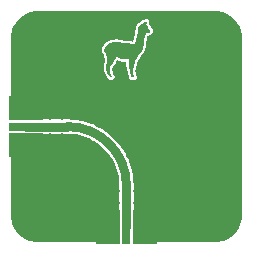
<source format=gbr>
%TF.GenerationSoftware,KiCad,Pcbnew,6.0.9+dfsg-1~bpo11+1*%
%TF.CreationDate,2022-11-06T14:45:48+01:00*%
%TF.ProjectId,pcb-turn-45,7063622d-7475-4726-9e2d-34352e6b6963,2*%
%TF.SameCoordinates,Original*%
%TF.FileFunction,Copper,L1,Top*%
%TF.FilePolarity,Positive*%
%FSLAX46Y46*%
G04 Gerber Fmt 4.6, Leading zero omitted, Abs format (unit mm)*
G04 Created by KiCad (PCBNEW 6.0.9+dfsg-1~bpo11+1) date 2022-11-06 14:45:48*
%MOMM*%
%LPD*%
G01*
G04 APERTURE LIST*
%TA.AperFunction,ComponentPad*%
%ADD10C,3.400000*%
%TD*%
%TA.AperFunction,SMDPad,CuDef*%
%ADD11R,3.000000X0.800000*%
%TD*%
%TA.AperFunction,ComponentPad*%
%ADD12C,0.800000*%
%TD*%
%TA.AperFunction,SMDPad,CuDef*%
%ADD13R,3.000000X2.000000*%
%TD*%
%TA.AperFunction,SMDPad,CuDef*%
%ADD14R,0.800000X3.000000*%
%TD*%
%TA.AperFunction,SMDPad,CuDef*%
%ADD15R,2.000000X3.000000*%
%TD*%
%TA.AperFunction,ViaPad*%
%ADD16C,0.800000*%
%TD*%
%TA.AperFunction,Conductor*%
%ADD17C,0.800000*%
%TD*%
G04 APERTURE END LIST*
%TO.C,G\u002A\u002A\u002A*%
G36*
X161707208Y-76114917D02*
G01*
X161721780Y-76122643D01*
X161727638Y-76138791D01*
X161724986Y-76166038D01*
X161714028Y-76207062D01*
X161695246Y-76263741D01*
X161678860Y-76310446D01*
X161664665Y-76349625D01*
X161654112Y-76377364D01*
X161648650Y-76389745D01*
X161648486Y-76389946D01*
X161654138Y-76397178D01*
X161673545Y-76411565D01*
X161702518Y-76430004D01*
X161702794Y-76430170D01*
X161765684Y-76473854D01*
X161813512Y-76519631D01*
X161845324Y-76565750D01*
X161860162Y-76610459D01*
X161857070Y-76652007D01*
X161840520Y-76682445D01*
X161820991Y-76706562D01*
X161877555Y-76740636D01*
X161917737Y-76766699D01*
X161959250Y-76796467D01*
X161980607Y-76813250D01*
X162006661Y-76835927D01*
X162019745Y-76852611D01*
X162023211Y-76869984D01*
X162020661Y-76893124D01*
X162015636Y-76932872D01*
X162012184Y-76973169D01*
X162012056Y-76975472D01*
X162006709Y-77006817D01*
X161992958Y-77024471D01*
X161987295Y-77027764D01*
X161964024Y-77044266D01*
X161944294Y-77064253D01*
X161934232Y-77075038D01*
X161921977Y-77082474D01*
X161903462Y-77087419D01*
X161874622Y-77090732D01*
X161831391Y-77093272D01*
X161800502Y-77094630D01*
X161740844Y-77098231D01*
X161695936Y-77103279D01*
X161668140Y-77109464D01*
X161661407Y-77112879D01*
X161649381Y-77131376D01*
X161640328Y-77159745D01*
X161639450Y-77164547D01*
X161632091Y-77190629D01*
X161617507Y-77228695D01*
X161598200Y-77272492D01*
X161586787Y-77296135D01*
X161569617Y-77331648D01*
X161556241Y-77363117D01*
X161545437Y-77394981D01*
X161535983Y-77431679D01*
X161526657Y-77477652D01*
X161516238Y-77537340D01*
X161510003Y-77575142D01*
X161498611Y-77650475D01*
X161487513Y-77733726D01*
X161477703Y-77816757D01*
X161470177Y-77891427D01*
X161467711Y-77921318D01*
X161453479Y-78070850D01*
X161434101Y-78203435D01*
X161409013Y-78322278D01*
X161378053Y-78429366D01*
X161349141Y-78507130D01*
X161316299Y-78574946D01*
X161276020Y-78638510D01*
X161224798Y-78703520D01*
X161175643Y-78758199D01*
X161077329Y-78875280D01*
X160993806Y-79001629D01*
X160931364Y-79121186D01*
X160903186Y-79177903D01*
X160877811Y-79220375D01*
X160851675Y-79254018D01*
X160828482Y-79277604D01*
X160800811Y-79302117D01*
X160778251Y-79319713D01*
X160765568Y-79326682D01*
X160765395Y-79326688D01*
X160753451Y-79333218D01*
X160741919Y-79353767D01*
X160730392Y-79389773D01*
X160718459Y-79442674D01*
X160705712Y-79513910D01*
X160697702Y-79564739D01*
X160682935Y-79657753D01*
X160668702Y-79736626D01*
X160653537Y-79807789D01*
X160635974Y-79877671D01*
X160614550Y-79952702D01*
X160594147Y-80019151D01*
X160573662Y-80088767D01*
X160559937Y-80148459D01*
X160552673Y-80203792D01*
X160551572Y-80260332D01*
X160556334Y-80323643D01*
X160566662Y-80399292D01*
X160571976Y-80432384D01*
X160581863Y-80493891D01*
X160591097Y-80554175D01*
X160598842Y-80607582D01*
X160604263Y-80648460D01*
X160605561Y-80659723D01*
X160612893Y-80704728D01*
X160626368Y-80741894D01*
X160650004Y-80781963D01*
X160652923Y-80786310D01*
X160693121Y-80845728D01*
X160391035Y-80845728D01*
X160398018Y-80812144D01*
X160406666Y-80782384D01*
X160417092Y-80759536D01*
X160421952Y-80745992D01*
X160419574Y-80727580D01*
X160408787Y-80699446D01*
X160396054Y-80672292D01*
X160376050Y-80626603D01*
X160359018Y-80576762D01*
X160343853Y-80518573D01*
X160329451Y-80447840D01*
X160315851Y-80367612D01*
X160305774Y-80315487D01*
X160290904Y-80252618D01*
X160273420Y-80187715D01*
X160259042Y-80140272D01*
X160239373Y-80077432D01*
X160224185Y-80023154D01*
X160212556Y-79972312D01*
X160203565Y-79919774D01*
X160196290Y-79860411D01*
X160189810Y-79789094D01*
X160185282Y-79729699D01*
X160180007Y-79626544D01*
X160179205Y-79527802D01*
X160182780Y-79438429D01*
X160190634Y-79363381D01*
X160192649Y-79350881D01*
X160198285Y-79318238D01*
X160013062Y-79323960D01*
X159892262Y-79325480D01*
X159787165Y-79321724D01*
X159693384Y-79312274D01*
X159606532Y-79296713D01*
X159535335Y-79278501D01*
X159428868Y-79239636D01*
X159339540Y-79189590D01*
X159266909Y-79128052D01*
X159210536Y-79054711D01*
X159204435Y-79044391D01*
X159175907Y-78994600D01*
X159168639Y-79023556D01*
X159148777Y-79080742D01*
X159118034Y-79143838D01*
X159080847Y-79204875D01*
X159041648Y-79255885D01*
X159035826Y-79262224D01*
X159001823Y-79299253D01*
X158979015Y-79328535D01*
X158963853Y-79356807D01*
X158952786Y-79390804D01*
X158942267Y-79437262D01*
X158941407Y-79441406D01*
X158922253Y-79514043D01*
X158895078Y-79580397D01*
X158857410Y-79644725D01*
X158806775Y-79711286D01*
X158744562Y-79780306D01*
X158700655Y-79827086D01*
X158669096Y-79863066D01*
X158647302Y-79891736D01*
X158632691Y-79916586D01*
X158622679Y-79941105D01*
X158620484Y-79947943D01*
X158606617Y-80010336D01*
X158598490Y-80083767D01*
X158596652Y-80159269D01*
X158601650Y-80227875D01*
X158602867Y-80236045D01*
X158621849Y-80352191D01*
X158638653Y-80449249D01*
X158653608Y-80528646D01*
X158667045Y-80591809D01*
X158679292Y-80640166D01*
X158690680Y-80675143D01*
X158701537Y-80698166D01*
X158712194Y-80710664D01*
X158712536Y-80710907D01*
X158743036Y-80736176D01*
X158770562Y-80765811D01*
X158789476Y-80793348D01*
X158793891Y-80804120D01*
X158795244Y-80813632D01*
X158790936Y-80819721D01*
X158777416Y-80823146D01*
X158751136Y-80824671D01*
X158708547Y-80825054D01*
X158696219Y-80825061D01*
X158593072Y-80825061D01*
X158595449Y-80796643D01*
X158593369Y-80778430D01*
X158582341Y-80757689D01*
X158559769Y-80730433D01*
X158536582Y-80706224D01*
X158493768Y-80657147D01*
X158454802Y-80599598D01*
X158418211Y-80530726D01*
X158382517Y-80447679D01*
X158346246Y-80347608D01*
X158337706Y-80322003D01*
X158302894Y-80210358D01*
X158277616Y-80113609D01*
X158261922Y-80028285D01*
X158255862Y-79950921D01*
X158259487Y-79878048D01*
X158272846Y-79806198D01*
X158295988Y-79731903D01*
X158328964Y-79651696D01*
X158347925Y-79610862D01*
X158363244Y-79577573D01*
X158373181Y-79550567D01*
X158378868Y-79523669D01*
X158381433Y-79490701D01*
X158382007Y-79445488D01*
X158381942Y-79424857D01*
X158374037Y-79313717D01*
X158351457Y-79189349D01*
X158314436Y-79052839D01*
X158279648Y-78949512D01*
X158261521Y-78895325D01*
X158244501Y-78837402D01*
X158231243Y-78785050D01*
X158227106Y-78765233D01*
X158214411Y-78708368D01*
X158200643Y-78665227D01*
X158186695Y-78637191D01*
X158173461Y-78625643D01*
X158161834Y-78631965D01*
X158153974Y-78652044D01*
X158149203Y-78668673D01*
X158144810Y-78670196D01*
X158137896Y-78654900D01*
X158132125Y-78639127D01*
X158121228Y-78590843D01*
X158117240Y-78530839D01*
X158119967Y-78466803D01*
X158129216Y-78406422D01*
X158138838Y-78372197D01*
X158186099Y-78269316D01*
X158251074Y-78175424D01*
X158332531Y-78091243D01*
X158429242Y-78017494D01*
X158539977Y-77954898D01*
X158663509Y-77904178D01*
X158798607Y-77866054D01*
X158944042Y-77841248D01*
X159059642Y-77831795D01*
X159147425Y-77829758D01*
X159231499Y-77832317D01*
X159316776Y-77840018D01*
X159408169Y-77853405D01*
X159510590Y-77873023D01*
X159591711Y-77890808D01*
X159687807Y-77912345D01*
X159767579Y-77929200D01*
X159834708Y-77941879D01*
X159892875Y-77950889D01*
X159945762Y-77956737D01*
X159997049Y-77959929D01*
X160050417Y-77960973D01*
X160098629Y-77960575D01*
X160154738Y-77959915D01*
X160199013Y-77960589D01*
X160237320Y-77963316D01*
X160275528Y-77968818D01*
X160319505Y-77977819D01*
X160375120Y-77991038D01*
X160403604Y-77998082D01*
X160475622Y-78015214D01*
X160531279Y-78026183D01*
X160573946Y-78030976D01*
X160606992Y-78029581D01*
X160633788Y-78021987D01*
X160657703Y-78008180D01*
X160671833Y-77997109D01*
X160692889Y-77976673D01*
X160710733Y-77952129D01*
X160726651Y-77920341D01*
X160741925Y-77878173D01*
X160757840Y-77822489D01*
X160775680Y-77750153D01*
X160779346Y-77734469D01*
X160796905Y-77662770D01*
X160818065Y-77582312D01*
X160840306Y-77502374D01*
X160861109Y-77432234D01*
X160863452Y-77424717D01*
X160878978Y-77374113D01*
X160891303Y-77330295D01*
X160901226Y-77288944D01*
X160909547Y-77245741D01*
X160917065Y-77196365D01*
X160924579Y-77136498D01*
X160932889Y-77061819D01*
X160936002Y-77032628D01*
X160947098Y-76930493D01*
X160956972Y-76846407D01*
X160966097Y-76777821D01*
X160974945Y-76722188D01*
X160983991Y-76676957D01*
X160993707Y-76639582D01*
X161004567Y-76607513D01*
X161017044Y-76578202D01*
X161022488Y-76566892D01*
X161043227Y-76527695D01*
X161064341Y-76495534D01*
X161089403Y-76466760D01*
X161121983Y-76437721D01*
X161165654Y-76404766D01*
X161214198Y-76370923D01*
X161263880Y-76334968D01*
X161315539Y-76294307D01*
X161361923Y-76254795D01*
X161386890Y-76231435D01*
X161418275Y-76202043D01*
X161445322Y-76179904D01*
X161464140Y-76168049D01*
X161469559Y-76167005D01*
X161483132Y-76181623D01*
X161484744Y-76211606D01*
X161474416Y-76255478D01*
X161468097Y-76273543D01*
X161456615Y-76305332D01*
X161448850Y-76328941D01*
X161446704Y-76337728D01*
X161453034Y-76335813D01*
X161469982Y-76321540D01*
X161494485Y-76298042D01*
X161523480Y-76268450D01*
X161553903Y-76235896D01*
X161582693Y-76203515D01*
X161606785Y-76174437D01*
X161608411Y-76172355D01*
X161635607Y-76139612D01*
X161656294Y-76121160D01*
X161674724Y-76113645D01*
X161683716Y-76112937D01*
X161707208Y-76114917D01*
G37*
%TD*%
D10*
%TO.P,H1,1,1*%
%TO.N,GND*%
X152500000Y-77500000D03*
%TD*%
%TO.P,H2,1,1*%
%TO.N,GND*%
X152500000Y-92500000D03*
%TD*%
%TO.P,H4,1,1*%
%TO.N,GND*%
X167500000Y-77500000D03*
%TD*%
D11*
%TO.P,J2,1,Pin_1*%
%TO.N,Net-(J1-Pad1)*%
X151500000Y-85000000D03*
D12*
%TO.P,J2,2,Pin_2*%
%TO.N,GND*%
X152000000Y-83500000D03*
X151000000Y-83500000D03*
X150500000Y-86000000D03*
X152500000Y-86000000D03*
X150500000Y-84000000D03*
D13*
X151500000Y-86600000D03*
X151500000Y-83400000D03*
D12*
X152000000Y-86500000D03*
X151000000Y-86500000D03*
X151500000Y-86000000D03*
X152500000Y-84000000D03*
X151500000Y-84000000D03*
%TD*%
D10*
%TO.P,H3,1,1*%
%TO.N,GND*%
X167500000Y-92500000D03*
%TD*%
D14*
%TO.P,J1,1,Pin_1*%
%TO.N,Net-(J1-Pad1)*%
X160000000Y-93500000D03*
D12*
%TO.P,J1,2,Pin_2*%
%TO.N,GND*%
X158500000Y-93000000D03*
X158500000Y-94000000D03*
X161000000Y-94500000D03*
X161000000Y-92500000D03*
X159000000Y-94500000D03*
D15*
X161600000Y-93500000D03*
X158400000Y-93500000D03*
D12*
X161500000Y-93000000D03*
X161500000Y-94000000D03*
X161000000Y-93500000D03*
X159000000Y-92500000D03*
X159000000Y-93500000D03*
%TD*%
D16*
%TO.N,GND*%
X155000000Y-87500000D03*
X157500000Y-80000000D03*
X165000000Y-87500000D03*
X160000000Y-86500000D03*
X161000000Y-87500000D03*
X156000000Y-86500000D03*
X161500000Y-88000000D03*
X167500000Y-82500000D03*
X161000000Y-86500000D03*
X167500000Y-90000000D03*
X158000000Y-88500000D03*
X167500000Y-87500000D03*
X158500000Y-92000000D03*
X158500000Y-89000000D03*
X158000000Y-90500000D03*
X159000000Y-84500000D03*
X157500000Y-92500000D03*
X157500000Y-90000000D03*
X158500000Y-91000000D03*
X162500000Y-92500000D03*
X162500000Y-85000000D03*
X158000000Y-87500000D03*
X154000000Y-83500000D03*
X159500000Y-86000000D03*
X165000000Y-92500000D03*
X160500000Y-87000000D03*
X167500000Y-85000000D03*
X161000000Y-89500000D03*
X158500000Y-84000000D03*
X158000000Y-84500000D03*
X161500000Y-90000000D03*
X153000000Y-86500000D03*
X156000000Y-87500000D03*
X156000000Y-83500000D03*
X165000000Y-90000000D03*
X155500000Y-87000000D03*
X155500000Y-84000000D03*
X159000000Y-85500000D03*
X160000000Y-85500000D03*
X159000000Y-91500000D03*
X167500000Y-80000000D03*
X161500000Y-87000000D03*
X165000000Y-82500000D03*
X160000000Y-82500000D03*
X158500000Y-85000000D03*
X154500000Y-84000000D03*
X157000000Y-87500000D03*
X157500000Y-88000000D03*
X152500000Y-82500000D03*
X161000000Y-91500000D03*
X162500000Y-87500000D03*
X158000000Y-83500000D03*
X154500000Y-87000000D03*
X159500000Y-85000000D03*
X157500000Y-77500000D03*
X156500000Y-87000000D03*
X161500000Y-91000000D03*
X165000000Y-85000000D03*
X153500000Y-84000000D03*
X152500000Y-90000000D03*
X165000000Y-77500000D03*
X154500000Y-86000000D03*
X155000000Y-82500000D03*
X158500000Y-90000000D03*
X154000000Y-86500000D03*
X161000000Y-88500000D03*
X161500000Y-89000000D03*
X157500000Y-87000000D03*
X153000000Y-83500000D03*
X161000000Y-90500000D03*
X161500000Y-92000000D03*
X162500000Y-82500000D03*
X152500000Y-80000000D03*
X159000000Y-90500000D03*
X162500000Y-90000000D03*
X155000000Y-92500000D03*
X165000000Y-80000000D03*
X157500000Y-82500000D03*
X155000000Y-80000000D03*
X162500000Y-80000000D03*
X155000000Y-77500000D03*
X155000000Y-90000000D03*
X157500000Y-89000000D03*
X162500000Y-77500000D03*
X158000000Y-89500000D03*
X155000000Y-83500000D03*
X157000000Y-83500000D03*
X156500000Y-84000000D03*
X157500000Y-84000000D03*
X155000000Y-86500000D03*
X152500000Y-87500000D03*
X160500000Y-86000000D03*
X153500000Y-86000000D03*
%TD*%
D17*
%TO.N,Net-(J1-Pad1)*%
X160000000Y-90000000D02*
X160000000Y-93500000D01*
X151500000Y-85000000D02*
X155000000Y-85000000D01*
X155000000Y-85000000D02*
G75*
G02*
X160000000Y-90000000I0J-5000000D01*
G01*
%TD*%
%TA.AperFunction,Conductor*%
%TO.N,GND*%
G36*
X154967072Y-85601347D02*
G01*
X155000000Y-85605682D01*
X155020418Y-85602994D01*
X155037912Y-85602253D01*
X155093763Y-85604835D01*
X155401359Y-85619055D01*
X155410455Y-85619898D01*
X155699508Y-85660219D01*
X155803882Y-85674779D01*
X155812872Y-85676460D01*
X156199526Y-85767400D01*
X156208311Y-85769899D01*
X156584947Y-85896135D01*
X156593467Y-85899436D01*
X156956837Y-86059881D01*
X156965023Y-86063956D01*
X157194043Y-86191519D01*
X157312050Y-86257248D01*
X157319813Y-86262056D01*
X157460647Y-86358529D01*
X157647513Y-86486535D01*
X157654811Y-86492046D01*
X157960398Y-86745802D01*
X157967156Y-86751962D01*
X158248038Y-87032844D01*
X158254198Y-87039602D01*
X158507954Y-87345189D01*
X158513465Y-87352487D01*
X158585216Y-87457230D01*
X158737941Y-87680182D01*
X158742755Y-87687956D01*
X158936044Y-88034977D01*
X158940119Y-88043163D01*
X159100564Y-88406533D01*
X159103865Y-88415053D01*
X159196548Y-88691581D01*
X159230099Y-88791684D01*
X159232601Y-88800479D01*
X159323540Y-89187130D01*
X159325221Y-89196118D01*
X159380102Y-89589540D01*
X159380945Y-89598646D01*
X159397747Y-89962088D01*
X159397006Y-89979582D01*
X159394318Y-90000000D01*
X159395165Y-90006433D01*
X159398653Y-90032927D01*
X159399500Y-90045849D01*
X159399500Y-94700500D01*
X159380593Y-94758691D01*
X159331093Y-94794655D01*
X159300500Y-94799500D01*
X152534017Y-94799500D01*
X152511831Y-94796982D01*
X152511801Y-94796975D01*
X152500359Y-94794344D01*
X152489483Y-94796805D01*
X152478336Y-94796786D01*
X152478336Y-94796757D01*
X152468228Y-94797578D01*
X152338014Y-94789702D01*
X152228796Y-94783095D01*
X152216944Y-94781656D01*
X151955578Y-94733759D01*
X151943985Y-94730902D01*
X151690305Y-94651852D01*
X151679127Y-94647613D01*
X151436830Y-94538564D01*
X151426244Y-94533008D01*
X151198858Y-94395548D01*
X151189020Y-94388757D01*
X150979868Y-94224897D01*
X150970919Y-94216970D01*
X150783030Y-94029081D01*
X150775103Y-94020132D01*
X150611243Y-93810980D01*
X150604452Y-93801142D01*
X150466992Y-93573756D01*
X150461436Y-93563170D01*
X150352387Y-93320873D01*
X150348148Y-93309695D01*
X150269100Y-93056023D01*
X150266239Y-93044415D01*
X150218344Y-92783056D01*
X150216904Y-92771197D01*
X150202469Y-92532548D01*
X150204207Y-92511810D01*
X150203747Y-92511757D01*
X150204389Y-92506179D01*
X150205655Y-92500718D01*
X150205656Y-92500000D01*
X150204412Y-92494545D01*
X150202980Y-92488266D01*
X150200500Y-92466248D01*
X150200500Y-85699500D01*
X150219407Y-85641309D01*
X150268907Y-85605345D01*
X150299500Y-85600500D01*
X154954151Y-85600500D01*
X154967072Y-85601347D01*
G37*
%TD.AperFunction*%
%TA.AperFunction,Conductor*%
G36*
X167488169Y-75203018D02*
G01*
X167499641Y-75205656D01*
X167510517Y-75203195D01*
X167521664Y-75203214D01*
X167521664Y-75203243D01*
X167531772Y-75202422D01*
X167661986Y-75210298D01*
X167771204Y-75216905D01*
X167783056Y-75218344D01*
X168044422Y-75266241D01*
X168056015Y-75269098D01*
X168262244Y-75333361D01*
X168309695Y-75348148D01*
X168320873Y-75352387D01*
X168563170Y-75461436D01*
X168573756Y-75466992D01*
X168801142Y-75604452D01*
X168810980Y-75611243D01*
X169020132Y-75775103D01*
X169029081Y-75783030D01*
X169216970Y-75970919D01*
X169224897Y-75979868D01*
X169388757Y-76189020D01*
X169395548Y-76198858D01*
X169522465Y-76408803D01*
X169533008Y-76426244D01*
X169538563Y-76436827D01*
X169574812Y-76517369D01*
X169647613Y-76679127D01*
X169651852Y-76690305D01*
X169657694Y-76709053D01*
X169726701Y-76930501D01*
X169730900Y-76943977D01*
X169733759Y-76955578D01*
X169781655Y-77216936D01*
X169783095Y-77228796D01*
X169792432Y-77383149D01*
X169797547Y-77467712D01*
X169796724Y-77477628D01*
X169796862Y-77477628D01*
X169796842Y-77488776D01*
X169794344Y-77499641D01*
X169796804Y-77510513D01*
X169797059Y-77511638D01*
X169799500Y-77533488D01*
X169799500Y-92465983D01*
X169796982Y-92488169D01*
X169794344Y-92499641D01*
X169796805Y-92510517D01*
X169796786Y-92521664D01*
X169796757Y-92521664D01*
X169797578Y-92531772D01*
X169783096Y-92771197D01*
X169781656Y-92783056D01*
X169733761Y-93044415D01*
X169730900Y-93056023D01*
X169651852Y-93309695D01*
X169647613Y-93320873D01*
X169538564Y-93563170D01*
X169533008Y-93573756D01*
X169395548Y-93801142D01*
X169388757Y-93810980D01*
X169224897Y-94020132D01*
X169216970Y-94029081D01*
X169029081Y-94216970D01*
X169020132Y-94224897D01*
X168810980Y-94388757D01*
X168801142Y-94395548D01*
X168573756Y-94533008D01*
X168563170Y-94538564D01*
X168320873Y-94647613D01*
X168309695Y-94651852D01*
X168056015Y-94730902D01*
X168044422Y-94733759D01*
X167783056Y-94781656D01*
X167771204Y-94783095D01*
X167532288Y-94797547D01*
X167522372Y-94796724D01*
X167522372Y-94796862D01*
X167511224Y-94796842D01*
X167500359Y-94794344D01*
X167488359Y-94797059D01*
X167466512Y-94799500D01*
X160699500Y-94799500D01*
X160641309Y-94780593D01*
X160605345Y-94731093D01*
X160600500Y-94700500D01*
X160600500Y-90045849D01*
X160601347Y-90032927D01*
X160604835Y-90006433D01*
X160605682Y-90000000D01*
X160604835Y-89993565D01*
X160604835Y-89992693D01*
X160604277Y-89986153D01*
X160604019Y-89979582D01*
X160587543Y-89560251D01*
X160535816Y-89123213D01*
X160449959Y-88691581D01*
X160330502Y-88268015D01*
X160178179Y-87855128D01*
X160101112Y-87687956D01*
X159994746Y-87457230D01*
X159994743Y-87457223D01*
X159993932Y-87455465D01*
X159934146Y-87348709D01*
X159779845Y-87073185D01*
X159779843Y-87073181D01*
X159778895Y-87071489D01*
X159534395Y-86705569D01*
X159261939Y-86359960D01*
X158963207Y-86036793D01*
X158640040Y-85738061D01*
X158294431Y-85465605D01*
X157928511Y-85221105D01*
X157544535Y-85006068D01*
X157542777Y-85005257D01*
X157542770Y-85005254D01*
X157146644Y-84822638D01*
X157144872Y-84821821D01*
X156731985Y-84669498D01*
X156730128Y-84668974D01*
X156730121Y-84668972D01*
X156310288Y-84550568D01*
X156310285Y-84550567D01*
X156308419Y-84550041D01*
X156306532Y-84549666D01*
X156306521Y-84549663D01*
X156091340Y-84506861D01*
X155876787Y-84464184D01*
X155439749Y-84412457D01*
X155013842Y-84395723D01*
X155007307Y-84395165D01*
X155006435Y-84395165D01*
X155000000Y-84394318D01*
X154967073Y-84398653D01*
X154954151Y-84399500D01*
X150299500Y-84399500D01*
X150241309Y-84380593D01*
X150205345Y-84331093D01*
X150200500Y-84300500D01*
X150200500Y-78521404D01*
X157915671Y-78521404D01*
X157916042Y-78526986D01*
X157916042Y-78526988D01*
X157916099Y-78527842D01*
X157916227Y-78538623D01*
X157915960Y-78544891D01*
X157916965Y-78550358D01*
X157916983Y-78550621D01*
X157918332Y-78561436D01*
X157920254Y-78590353D01*
X157920465Y-78593534D01*
X157920682Y-78600498D01*
X157920632Y-78612761D01*
X157921863Y-78618215D01*
X157922007Y-78619529D01*
X157922300Y-78621156D01*
X157922668Y-78626692D01*
X157924259Y-78632009D01*
X157924259Y-78632012D01*
X157926209Y-78638530D01*
X157927929Y-78645092D01*
X157930722Y-78657468D01*
X157933324Y-78668997D01*
X157934982Y-78678471D01*
X157935307Y-78681061D01*
X157935308Y-78681065D01*
X157936005Y-78686625D01*
X157937930Y-78691885D01*
X157938596Y-78694635D01*
X157939296Y-78697014D01*
X157940299Y-78699903D01*
X157941520Y-78705315D01*
X157943915Y-78710322D01*
X157945358Y-78714479D01*
X157945810Y-78716725D01*
X157948114Y-78721821D01*
X157950640Y-78727409D01*
X157953401Y-78734171D01*
X157957370Y-78745019D01*
X157958733Y-78747121D01*
X157961681Y-78754138D01*
X157970254Y-78778936D01*
X157988466Y-78797295D01*
X157997054Y-78807184D01*
X158012682Y-78827792D01*
X158017470Y-78830245D01*
X158046423Y-78874493D01*
X158050540Y-78888505D01*
X158051525Y-78892108D01*
X158054320Y-78903145D01*
X158054322Y-78903152D01*
X158055686Y-78908536D01*
X158057306Y-78911707D01*
X158057734Y-78912984D01*
X158063502Y-78932615D01*
X158063813Y-78933843D01*
X158064151Y-78937329D01*
X158069617Y-78953666D01*
X158070714Y-78957160D01*
X158075526Y-78973536D01*
X158077233Y-78976587D01*
X158077686Y-78977790D01*
X158082341Y-78991704D01*
X158082360Y-78991897D01*
X158089473Y-79013023D01*
X158096676Y-79034556D01*
X158096780Y-79034726D01*
X158096782Y-79034731D01*
X158121548Y-79108294D01*
X158123272Y-79113969D01*
X158149925Y-79212245D01*
X158154607Y-79229510D01*
X158156464Y-79237727D01*
X158173856Y-79333524D01*
X158175196Y-79344164D01*
X158181227Y-79428953D01*
X158181475Y-79435633D01*
X158181501Y-79443786D01*
X158181493Y-79445279D01*
X158181279Y-79462189D01*
X158181146Y-79472716D01*
X158181139Y-79473231D01*
X158172082Y-79513361D01*
X158165963Y-79526659D01*
X158155971Y-79548178D01*
X158155486Y-79549223D01*
X158154588Y-79550995D01*
X158152187Y-79554386D01*
X158146074Y-79569254D01*
X158144305Y-79573297D01*
X158139935Y-79582709D01*
X158139933Y-79582716D01*
X158137593Y-79587755D01*
X158136727Y-79591810D01*
X158136026Y-79593693D01*
X158118427Y-79636499D01*
X158116387Y-79640626D01*
X158114159Y-79645683D01*
X158111335Y-79650525D01*
X158108484Y-79659679D01*
X158105534Y-79667861D01*
X158101954Y-79676567D01*
X158101037Y-79682048D01*
X158099602Y-79687077D01*
X158098473Y-79691818D01*
X158086243Y-79731080D01*
X158082524Y-79741083D01*
X158079888Y-79747151D01*
X158078865Y-79752651D01*
X158078694Y-79753211D01*
X158076488Y-79762114D01*
X158076346Y-79762853D01*
X158074696Y-79768151D01*
X158074265Y-79773688D01*
X158074176Y-79774828D01*
X158072807Y-79785235D01*
X158064895Y-79827792D01*
X158062825Y-79836642D01*
X158060366Y-79845334D01*
X158060088Y-79850928D01*
X158059522Y-79854375D01*
X158059251Y-79858152D01*
X158058234Y-79863620D01*
X158058602Y-79872720D01*
X158058561Y-79881616D01*
X158056344Y-79926206D01*
X158055385Y-79935875D01*
X158054195Y-79943867D01*
X158054632Y-79949448D01*
X158054542Y-79952036D01*
X158054587Y-79955169D01*
X158054763Y-79957987D01*
X158054487Y-79963535D01*
X158055451Y-79969001D01*
X158055451Y-79969004D01*
X158055903Y-79971565D01*
X158057105Y-79981024D01*
X158060599Y-80025621D01*
X158060761Y-80035184D01*
X158060856Y-80036558D01*
X158060609Y-80042150D01*
X158061622Y-80047657D01*
X158061622Y-80047661D01*
X158061918Y-80049271D01*
X158063247Y-80059430D01*
X158063799Y-80066476D01*
X158065455Y-80071782D01*
X158065683Y-80072967D01*
X158068007Y-80082368D01*
X158075101Y-80120932D01*
X158076332Y-80127627D01*
X158076961Y-80131476D01*
X158077704Y-80136653D01*
X158077869Y-80142252D01*
X158079285Y-80147669D01*
X158080840Y-80153622D01*
X158082423Y-80160743D01*
X158084513Y-80172109D01*
X158086711Y-80177220D01*
X158088304Y-80182479D01*
X158089338Y-80186147D01*
X158103883Y-80241819D01*
X158104373Y-80243984D01*
X158104702Y-80248293D01*
X158109407Y-80263384D01*
X158110671Y-80267797D01*
X158114620Y-80282911D01*
X158116613Y-80286740D01*
X158117353Y-80288866D01*
X158140032Y-80361601D01*
X158140114Y-80361915D01*
X158140298Y-80363829D01*
X158141755Y-80368198D01*
X158141756Y-80368201D01*
X158146576Y-80382653D01*
X158147174Y-80384506D01*
X158149782Y-80392870D01*
X158149208Y-80393049D01*
X158149274Y-80393198D01*
X158149691Y-80394240D01*
X158149843Y-80394493D01*
X158149865Y-80394543D01*
X158149979Y-80394502D01*
X158149983Y-80394513D01*
X158151888Y-80399771D01*
X158151890Y-80399777D01*
X158152207Y-80400650D01*
X158152159Y-80400668D01*
X158152912Y-80402908D01*
X158153054Y-80403365D01*
X158152770Y-80403453D01*
X158152909Y-80404036D01*
X158153373Y-80403868D01*
X158156431Y-80412303D01*
X158157271Y-80414716D01*
X158163198Y-80432487D01*
X158164489Y-80434611D01*
X158164711Y-80435150D01*
X158187121Y-80496976D01*
X158188376Y-80500759D01*
X158189315Y-80505922D01*
X158191526Y-80511066D01*
X158191527Y-80511070D01*
X158194870Y-80518849D01*
X158196987Y-80524199D01*
X158199822Y-80532021D01*
X158199827Y-80532030D01*
X158201719Y-80537251D01*
X158204556Y-80541658D01*
X158206247Y-80545316D01*
X158224746Y-80588356D01*
X158225487Y-80590081D01*
X158226879Y-80594091D01*
X158226956Y-80594061D01*
X158229009Y-80599270D01*
X158230461Y-80604679D01*
X158233087Y-80609621D01*
X158233088Y-80609624D01*
X158235352Y-80613884D01*
X158238883Y-80621248D01*
X158242930Y-80630665D01*
X158246204Y-80635153D01*
X158248960Y-80639988D01*
X158248897Y-80640024D01*
X158251152Y-80643625D01*
X158269334Y-80677848D01*
X158273623Y-80687231D01*
X158273987Y-80687927D01*
X158276007Y-80693147D01*
X158279146Y-80697782D01*
X158279149Y-80697789D01*
X158279803Y-80698755D01*
X158285249Y-80707803D01*
X158288345Y-80713630D01*
X158291981Y-80717838D01*
X158292336Y-80718356D01*
X158298682Y-80726635D01*
X158301288Y-80730484D01*
X158318987Y-80756626D01*
X158324295Y-80765416D01*
X158325060Y-80766846D01*
X158325064Y-80766852D01*
X158327705Y-80771787D01*
X158331386Y-80776007D01*
X158332146Y-80777107D01*
X158336302Y-80782504D01*
X158337301Y-80783673D01*
X158340418Y-80788276D01*
X158345758Y-80793264D01*
X158352771Y-80800520D01*
X158366907Y-80816723D01*
X158372020Y-80822584D01*
X158392534Y-80862930D01*
X158392527Y-80870624D01*
X158397354Y-80880677D01*
X158398141Y-80884141D01*
X158399406Y-80887450D01*
X158400971Y-80898489D01*
X158414582Y-80918846D01*
X158421524Y-80931011D01*
X158427298Y-80943036D01*
X158427299Y-80943038D01*
X158432124Y-80953085D01*
X158440829Y-80960046D01*
X158443038Y-80962824D01*
X158445621Y-80965265D01*
X158451817Y-80974531D01*
X158461419Y-80980194D01*
X158461420Y-80980195D01*
X158472905Y-80986969D01*
X158484442Y-80994925D01*
X158494521Y-81002985D01*
X158503564Y-81010217D01*
X158514429Y-81012716D01*
X158517616Y-81014256D01*
X158521004Y-81015336D01*
X158530609Y-81021001D01*
X158545425Y-81022253D01*
X158554994Y-81023062D01*
X158559260Y-81023729D01*
X158559266Y-81023674D01*
X158564836Y-81024306D01*
X158570291Y-81025561D01*
X158580379Y-81025561D01*
X158588718Y-81025913D01*
X158604654Y-81027260D01*
X158621760Y-81028706D01*
X158629280Y-81025839D01*
X158633249Y-81025561D01*
X158673495Y-81025561D01*
X158673552Y-81025574D01*
X158673728Y-81025574D01*
X158683299Y-81025568D01*
X158686672Y-81025566D01*
X158686752Y-81025570D01*
X158687570Y-81025751D01*
X158689835Y-81025731D01*
X158689842Y-81025731D01*
X158708256Y-81025565D01*
X158709146Y-81025561D01*
X158718822Y-81025561D01*
X158718878Y-81025548D01*
X158718922Y-81025548D01*
X158731264Y-81025541D01*
X158732077Y-81025355D01*
X158732159Y-81025350D01*
X158733080Y-81025342D01*
X158735559Y-81025399D01*
X158740009Y-81026154D01*
X158745593Y-81025830D01*
X158745595Y-81025830D01*
X158750554Y-81025542D01*
X158755436Y-81025259D01*
X158760270Y-81025097D01*
X158765527Y-81025050D01*
X158769989Y-81025010D01*
X158769990Y-81025010D01*
X158775541Y-81024960D01*
X158779895Y-81023926D01*
X158782552Y-81023689D01*
X158783827Y-81023617D01*
X158787217Y-81023484D01*
X158792555Y-81023366D01*
X158802489Y-81025052D01*
X158841946Y-81013686D01*
X158845036Y-81012850D01*
X158856698Y-81009896D01*
X158856702Y-81009895D01*
X158862084Y-81008531D01*
X158864812Y-81007137D01*
X158865677Y-81006850D01*
X158879677Y-81002817D01*
X158879681Y-81002815D01*
X158890390Y-80999730D01*
X158898703Y-80992305D01*
X158903438Y-80989689D01*
X158908822Y-80986000D01*
X158912970Y-80982530D01*
X158922897Y-80977457D01*
X158931699Y-80965875D01*
X158936147Y-80960633D01*
X158944658Y-80954948D01*
X158957922Y-80932480D01*
X158964346Y-80922918D01*
X158971500Y-80913505D01*
X158971501Y-80913504D01*
X158978246Y-80904628D01*
X158980161Y-80895245D01*
X158982072Y-80891570D01*
X158991160Y-80876174D01*
X158992103Y-80865069D01*
X158993186Y-80861678D01*
X158993779Y-80858161D01*
X158998033Y-80847856D01*
X158997111Y-80831716D01*
X158996792Y-80826143D01*
X158996795Y-80824780D01*
X158999161Y-80816723D01*
X158995557Y-80794803D01*
X158994406Y-80784389D01*
X158993450Y-80767660D01*
X158992814Y-80756531D01*
X158987414Y-80746778D01*
X158987112Y-80745732D01*
X158983922Y-80739083D01*
X158981932Y-80734229D01*
X158980827Y-80731534D01*
X158979988Y-80729416D01*
X158978925Y-80726637D01*
X158964797Y-80689727D01*
X158956690Y-80682072D01*
X158952209Y-80675378D01*
X158949571Y-80672297D01*
X158942597Y-80662142D01*
X158938426Y-80655524D01*
X158932971Y-80646051D01*
X158929159Y-80641947D01*
X158927834Y-80640150D01*
X158926179Y-80638239D01*
X158923035Y-80633663D01*
X158918953Y-80629901D01*
X158918951Y-80629898D01*
X158914942Y-80626203D01*
X158909508Y-80620790D01*
X158899729Y-80610262D01*
X158893638Y-80603041D01*
X158888494Y-80596315D01*
X158887709Y-80595665D01*
X158864073Y-80553107D01*
X158862821Y-80548163D01*
X158861959Y-80544459D01*
X158850449Y-80490353D01*
X158849993Y-80488079D01*
X158836104Y-80414342D01*
X158835844Y-80412906D01*
X158819647Y-80319356D01*
X158819492Y-80318435D01*
X158801776Y-80210037D01*
X158800744Y-80201284D01*
X158797679Y-80159199D01*
X158797447Y-80149614D01*
X158798618Y-80101504D01*
X158799190Y-80093024D01*
X158804111Y-80048557D01*
X158805867Y-80037973D01*
X158808340Y-80026847D01*
X158830554Y-79983050D01*
X158844828Y-79966776D01*
X158848068Y-79963083D01*
X158850296Y-79960627D01*
X158858360Y-79952036D01*
X158866647Y-79943206D01*
X158876372Y-79932845D01*
X158876630Y-79932595D01*
X158878238Y-79931468D01*
X158891475Y-79916783D01*
X158892824Y-79915316D01*
X158899924Y-79907751D01*
X158906224Y-79901039D01*
X158907214Y-79899347D01*
X158907443Y-79899068D01*
X158924520Y-79880122D01*
X158941342Y-79861460D01*
X158944434Y-79858487D01*
X158944383Y-79858438D01*
X158948248Y-79854399D01*
X158952557Y-79850810D01*
X158958800Y-79842604D01*
X158964055Y-79836262D01*
X158964212Y-79836088D01*
X158970837Y-79828738D01*
X158973546Y-79823887D01*
X158976782Y-79819369D01*
X158976830Y-79819403D01*
X158979182Y-79815812D01*
X159007389Y-79778733D01*
X159014131Y-79770778D01*
X159015074Y-79769777D01*
X159015077Y-79769774D01*
X159018918Y-79765697D01*
X159021751Y-79760860D01*
X159022366Y-79760038D01*
X159026692Y-79753579D01*
X159027304Y-79752554D01*
X159030670Y-79748129D01*
X159033598Y-79741677D01*
X159038312Y-79732576D01*
X159061624Y-79692767D01*
X159066174Y-79685702D01*
X159068758Y-79682042D01*
X159068761Y-79682037D01*
X159071987Y-79677467D01*
X159074109Y-79672285D01*
X159075450Y-79669840D01*
X159076706Y-79667010D01*
X159079519Y-79662206D01*
X159082570Y-79652531D01*
X159085370Y-79644789D01*
X159102373Y-79603272D01*
X159106348Y-79594748D01*
X159110317Y-79587194D01*
X159111746Y-79581775D01*
X159112968Y-79578632D01*
X159113272Y-79577724D01*
X159114257Y-79574255D01*
X159116362Y-79569114D01*
X159117773Y-79560611D01*
X159119708Y-79551582D01*
X159130188Y-79511836D01*
X159131067Y-79508867D01*
X159133095Y-79504453D01*
X159136106Y-79489944D01*
X159137310Y-79484831D01*
X159139627Y-79476045D01*
X159139628Y-79476040D01*
X159141043Y-79470673D01*
X159141163Y-79467090D01*
X159141508Y-79465238D01*
X159142198Y-79462189D01*
X159165842Y-79417074D01*
X159170459Y-79412047D01*
X159223747Y-79381979D01*
X159284531Y-79388975D01*
X159291763Y-79392646D01*
X159322264Y-79409735D01*
X159327795Y-79413076D01*
X159332881Y-79416379D01*
X159338715Y-79420168D01*
X159343978Y-79422090D01*
X159344816Y-79422508D01*
X159345204Y-79422661D01*
X159345738Y-79422886D01*
X159350589Y-79425603D01*
X159355922Y-79427173D01*
X159355923Y-79427174D01*
X159363172Y-79429309D01*
X159369149Y-79431278D01*
X159448723Y-79460326D01*
X159456488Y-79463730D01*
X159458604Y-79464535D01*
X159463577Y-79467101D01*
X159469003Y-79468489D01*
X159469006Y-79468490D01*
X159471184Y-79469047D01*
X159480594Y-79471960D01*
X159482594Y-79472690D01*
X159482599Y-79472691D01*
X159487814Y-79474595D01*
X159493324Y-79475292D01*
X159495325Y-79475777D01*
X159503799Y-79477390D01*
X159535065Y-79485387D01*
X159538862Y-79486440D01*
X159543597Y-79487855D01*
X159548748Y-79490053D01*
X159554259Y-79491040D01*
X159554264Y-79491042D01*
X159560396Y-79492141D01*
X159567461Y-79493675D01*
X159573361Y-79495184D01*
X159573364Y-79495184D01*
X159578742Y-79496560D01*
X159584290Y-79496705D01*
X159589481Y-79497428D01*
X159593289Y-79498034D01*
X159635956Y-79505678D01*
X159639801Y-79506668D01*
X159639838Y-79506498D01*
X159645314Y-79507685D01*
X159650616Y-79509480D01*
X159661221Y-79510549D01*
X159661829Y-79510610D01*
X159669353Y-79511662D01*
X159680273Y-79513618D01*
X159685822Y-79513357D01*
X159691373Y-79513719D01*
X159691363Y-79513878D01*
X159695329Y-79513986D01*
X159746300Y-79519122D01*
X159751046Y-79519716D01*
X159751830Y-79519833D01*
X159757238Y-79521282D01*
X159768541Y-79521686D01*
X159770322Y-79521750D01*
X159776679Y-79522183D01*
X159789552Y-79523480D01*
X159795058Y-79522795D01*
X159796098Y-79522783D01*
X159800784Y-79522839D01*
X159852536Y-79524688D01*
X159865231Y-79525141D01*
X159867646Y-79525306D01*
X159872005Y-79526251D01*
X159878793Y-79526166D01*
X159879431Y-79526364D01*
X159883180Y-79526742D01*
X159883103Y-79527506D01*
X159937216Y-79544334D01*
X159973804Y-79593375D01*
X159978915Y-79620097D01*
X159979440Y-79630356D01*
X159979566Y-79634613D01*
X159979615Y-79640626D01*
X159979697Y-79650774D01*
X159980621Y-79654677D01*
X159980776Y-79656484D01*
X159983354Y-79706897D01*
X159983987Y-79719280D01*
X159983991Y-79719834D01*
X159983630Y-79722225D01*
X159984047Y-79727696D01*
X159984047Y-79727697D01*
X159985078Y-79741227D01*
X159985235Y-79743691D01*
X159986198Y-79762512D01*
X159986853Y-79764832D01*
X159986920Y-79765389D01*
X159988258Y-79782934D01*
X159988263Y-79783137D01*
X159988071Y-79784550D01*
X159989940Y-79805116D01*
X159990052Y-79806459D01*
X159991608Y-79826872D01*
X159992031Y-79828238D01*
X159992059Y-79828433D01*
X159994416Y-79854375D01*
X159994775Y-79858331D01*
X159994819Y-79859211D01*
X159994508Y-79862188D01*
X159996710Y-79880163D01*
X159997034Y-79883191D01*
X159998658Y-79901065D01*
X159999584Y-79903906D01*
X159999729Y-79904793D01*
X160002137Y-79924442D01*
X160002344Y-79926754D01*
X160002095Y-79931140D01*
X160003040Y-79936660D01*
X160004737Y-79946576D01*
X160005421Y-79951238D01*
X160007303Y-79966598D01*
X160008794Y-79970729D01*
X160009265Y-79973034D01*
X160010634Y-79981030D01*
X160011544Y-79986349D01*
X160012030Y-79989782D01*
X160012024Y-79994810D01*
X160013273Y-80000270D01*
X160013273Y-80000272D01*
X160015255Y-80008938D01*
X160016326Y-80014302D01*
X160017804Y-80022933D01*
X160018742Y-80028412D01*
X160020667Y-80033045D01*
X160021546Y-80036441D01*
X160024301Y-80048486D01*
X160024756Y-80050821D01*
X160024963Y-80055244D01*
X160026471Y-80060633D01*
X160029162Y-80070252D01*
X160030331Y-80074853D01*
X160032531Y-80084471D01*
X160032533Y-80084478D01*
X160033772Y-80089893D01*
X160035693Y-80093880D01*
X160036418Y-80096182D01*
X160040804Y-80111857D01*
X160040997Y-80112675D01*
X160041222Y-80115583D01*
X160042895Y-80120929D01*
X160042896Y-80120932D01*
X160046668Y-80132983D01*
X160047512Y-80135830D01*
X160052380Y-80153227D01*
X160053773Y-80155795D01*
X160054052Y-80156572D01*
X160066520Y-80196406D01*
X160067286Y-80198854D01*
X160067549Y-80199708D01*
X160080201Y-80241453D01*
X160081014Y-80244294D01*
X160096118Y-80300364D01*
X160096848Y-80303251D01*
X160109236Y-80355627D01*
X160110094Y-80359621D01*
X160110523Y-80361841D01*
X160118341Y-80402280D01*
X160118749Y-80404527D01*
X160128390Y-80461403D01*
X160128516Y-80462382D01*
X160128437Y-80465520D01*
X160129554Y-80471006D01*
X160132002Y-80483033D01*
X160132599Y-80486235D01*
X160135549Y-80503636D01*
X160136748Y-80506534D01*
X160136984Y-80507498D01*
X160143394Y-80538981D01*
X160143946Y-80542171D01*
X160144089Y-80547093D01*
X160147796Y-80561317D01*
X160148999Y-80566506D01*
X160151894Y-80580724D01*
X160153923Y-80585206D01*
X160154839Y-80588342D01*
X160158668Y-80603034D01*
X160159251Y-80605269D01*
X160159740Y-80609087D01*
X160160145Y-80608998D01*
X160161347Y-80614468D01*
X160161924Y-80620040D01*
X160165695Y-80631074D01*
X160167803Y-80638086D01*
X160170699Y-80649199D01*
X160173260Y-80654127D01*
X160175255Y-80659317D01*
X160175062Y-80659391D01*
X160176577Y-80662922D01*
X160178511Y-80668581D01*
X160179394Y-80671165D01*
X160180490Y-80675318D01*
X160180554Y-80675298D01*
X160182206Y-80680646D01*
X160183246Y-80686150D01*
X160185492Y-80691279D01*
X160187369Y-80695566D01*
X160190363Y-80703262D01*
X160193232Y-80711659D01*
X160193232Y-80711660D01*
X160193632Y-80712830D01*
X160193392Y-80712912D01*
X160200801Y-80770794D01*
X160197384Y-80781171D01*
X160195414Y-80789771D01*
X160190570Y-80799815D01*
X160190560Y-80810965D01*
X160190560Y-80810966D01*
X160190548Y-80824760D01*
X160190531Y-80825123D01*
X160190132Y-80827041D01*
X160190222Y-80831715D01*
X160190222Y-80831716D01*
X160190509Y-80846619D01*
X160190527Y-80848611D01*
X160190490Y-80891291D01*
X160191407Y-80893201D01*
X160191448Y-80895321D01*
X160210765Y-80933554D01*
X160211560Y-80935169D01*
X160230087Y-80973752D01*
X160231743Y-80975076D01*
X160232698Y-80976967D01*
X160240699Y-80983105D01*
X160240700Y-80983107D01*
X160266608Y-81002985D01*
X160268176Y-81004213D01*
X160293033Y-81024091D01*
X160301527Y-81030884D01*
X160303593Y-81031359D01*
X160305274Y-81032649D01*
X160315136Y-81034708D01*
X160315137Y-81034709D01*
X160347053Y-81041374D01*
X160348999Y-81041801D01*
X160363681Y-81045177D01*
X160363690Y-81045178D01*
X160368254Y-81046228D01*
X160370219Y-81046228D01*
X160370555Y-81046282D01*
X160394818Y-81051349D01*
X160405639Y-81048670D01*
X160407889Y-81048629D01*
X160427575Y-81046228D01*
X160647350Y-81046228D01*
X160655081Y-81047483D01*
X160655156Y-81046537D01*
X160666272Y-81047416D01*
X160676911Y-81050744D01*
X160687941Y-81049129D01*
X160700625Y-81047272D01*
X160704658Y-81046978D01*
X160704644Y-81046850D01*
X160710166Y-81046228D01*
X160715724Y-81046228D01*
X160726198Y-81043838D01*
X160733866Y-81042405D01*
X160767422Y-81037492D01*
X160774258Y-81032876D01*
X160782306Y-81031040D01*
X160791026Y-81024092D01*
X160791027Y-81024091D01*
X160808840Y-81009896D01*
X160815133Y-81005275D01*
X160833994Y-80992539D01*
X160833995Y-80992538D01*
X160843233Y-80986300D01*
X160847391Y-80979176D01*
X160853845Y-80974033D01*
X160858687Y-80963995D01*
X160858689Y-80963992D01*
X160868581Y-80943483D01*
X160872248Y-80936589D01*
X160883724Y-80916927D01*
X160883725Y-80916924D01*
X160889344Y-80907297D01*
X160890001Y-80899073D01*
X160893586Y-80891641D01*
X160893596Y-80880490D01*
X160893616Y-80857720D01*
X160893931Y-80849920D01*
X160895745Y-80827227D01*
X160895745Y-80827225D01*
X160896633Y-80816113D01*
X160893659Y-80808417D01*
X160893666Y-80800165D01*
X160887957Y-80788276D01*
X160878982Y-80769584D01*
X160875883Y-80762419D01*
X160873973Y-80757476D01*
X160873970Y-80757470D01*
X160871952Y-80752248D01*
X160868815Y-80747610D01*
X160866220Y-80742647D01*
X160866344Y-80742582D01*
X160864332Y-80739076D01*
X160863234Y-80736790D01*
X160854069Y-80717704D01*
X160845363Y-80710741D01*
X160838423Y-80702017D01*
X160839066Y-80701506D01*
X160833693Y-80695695D01*
X160821402Y-80677527D01*
X160818139Y-80672367D01*
X160817467Y-80671228D01*
X160804592Y-80633936D01*
X160804210Y-80631052D01*
X160803353Y-80624589D01*
X160803154Y-80622980D01*
X160802901Y-80620780D01*
X160801553Y-80609087D01*
X160800857Y-80603049D01*
X160801046Y-80603027D01*
X160800823Y-80601309D01*
X160800536Y-80601351D01*
X160797523Y-80580577D01*
X160797357Y-80579381D01*
X160796526Y-80573114D01*
X160794630Y-80558817D01*
X160794212Y-80557691D01*
X160794187Y-80557566D01*
X160792684Y-80547207D01*
X160792677Y-80547126D01*
X160792735Y-80546336D01*
X160792410Y-80544213D01*
X160792408Y-80544193D01*
X160789449Y-80524880D01*
X160789332Y-80524097D01*
X160788955Y-80521493D01*
X160786813Y-80506726D01*
X160786587Y-80505165D01*
X160786585Y-80505157D01*
X160786277Y-80503031D01*
X160785992Y-80502292D01*
X160785979Y-80502230D01*
X160783393Y-80485346D01*
X160783388Y-80485296D01*
X160783437Y-80484563D01*
X160781258Y-80471006D01*
X160780012Y-80463255D01*
X160779898Y-80462533D01*
X160776934Y-80443182D01*
X160776934Y-80443181D01*
X160776629Y-80441191D01*
X160776359Y-80440508D01*
X160776345Y-80440441D01*
X160770303Y-80402854D01*
X160770301Y-80402841D01*
X160765187Y-80371000D01*
X160764844Y-80368692D01*
X160763061Y-80355627D01*
X160756219Y-80305513D01*
X160755588Y-80299549D01*
X160754652Y-80287111D01*
X160752569Y-80259411D01*
X160752309Y-80250060D01*
X160752344Y-80248293D01*
X160752811Y-80224337D01*
X160753634Y-80213384D01*
X160756869Y-80188740D01*
X160758545Y-80179439D01*
X160767038Y-80142504D01*
X160768546Y-80136744D01*
X160785993Y-80077450D01*
X160786327Y-80076339D01*
X160800041Y-80031672D01*
X160800158Y-80031346D01*
X160801090Y-80029657D01*
X160806533Y-80010597D01*
X160807089Y-80008721D01*
X160811497Y-79994364D01*
X160811498Y-79994358D01*
X160812853Y-79989946D01*
X160812995Y-79988020D01*
X160813073Y-79987694D01*
X160823202Y-79952216D01*
X160823488Y-79951348D01*
X160824874Y-79948636D01*
X160829268Y-79931154D01*
X160830082Y-79928121D01*
X160834975Y-79910986D01*
X160835139Y-79907942D01*
X160835327Y-79907041D01*
X160835892Y-79904793D01*
X160843098Y-79876123D01*
X160843435Y-79874973D01*
X160844886Y-79871858D01*
X160848499Y-79854902D01*
X160849311Y-79851406D01*
X160852145Y-79840131D01*
X160852146Y-79840120D01*
X160853499Y-79834739D01*
X160853574Y-79831313D01*
X160853785Y-79830101D01*
X160860566Y-79798280D01*
X160860789Y-79797410D01*
X160861970Y-79794651D01*
X160862964Y-79789140D01*
X160862966Y-79789135D01*
X160865184Y-79776846D01*
X160865784Y-79773794D01*
X160868351Y-79761746D01*
X160869510Y-79756308D01*
X160869467Y-79753307D01*
X160869591Y-79752413D01*
X160870364Y-79748129D01*
X160876531Y-79713960D01*
X160876614Y-79713597D01*
X160877383Y-79711690D01*
X160880459Y-79692316D01*
X160880806Y-79690267D01*
X160881012Y-79689129D01*
X160884262Y-79671115D01*
X160884168Y-79669066D01*
X160884213Y-79668667D01*
X160892168Y-79618563D01*
X160892212Y-79618453D01*
X160893586Y-79609738D01*
X160895813Y-79595603D01*
X160895830Y-79595494D01*
X160896167Y-79593375D01*
X160899266Y-79573853D01*
X160899258Y-79573738D01*
X160903286Y-79548178D01*
X160903627Y-79546153D01*
X160911088Y-79504453D01*
X160911761Y-79500693D01*
X160939540Y-79448188D01*
X160941944Y-79446313D01*
X160945023Y-79442537D01*
X160950731Y-79437453D01*
X160950756Y-79437432D01*
X160955470Y-79434426D01*
X160959390Y-79430439D01*
X160959393Y-79430437D01*
X160964205Y-79425543D01*
X160969155Y-79420844D01*
X160973362Y-79417117D01*
X160978353Y-79412696D01*
X160981456Y-79408363D01*
X160990807Y-79399462D01*
X160991693Y-79398555D01*
X160996034Y-79395013D01*
X160999474Y-79390585D01*
X160999689Y-79390365D01*
X161006308Y-79382799D01*
X161006586Y-79382444D01*
X161010484Y-79378480D01*
X161013404Y-79373747D01*
X161013876Y-79372982D01*
X161019955Y-79364221D01*
X161026543Y-79355741D01*
X161033271Y-79347953D01*
X161034372Y-79346805D01*
X161038247Y-79342765D01*
X161041117Y-79337961D01*
X161041896Y-79336940D01*
X161045836Y-79331174D01*
X161046599Y-79329924D01*
X161050013Y-79325530D01*
X161053084Y-79318942D01*
X161057828Y-79309991D01*
X161063856Y-79299902D01*
X161066156Y-79296631D01*
X161066019Y-79296543D01*
X161069057Y-79291846D01*
X161072611Y-79287514D01*
X161077585Y-79277502D01*
X161081259Y-79270773D01*
X161084050Y-79266101D01*
X161086899Y-79261333D01*
X161088617Y-79256049D01*
X161090914Y-79250993D01*
X161091050Y-79251055D01*
X161092560Y-79247362D01*
X161109562Y-79213138D01*
X161110471Y-79211353D01*
X161164398Y-79108098D01*
X161169565Y-79099335D01*
X161235131Y-79000152D01*
X161241901Y-78991083D01*
X161325934Y-78891009D01*
X161328127Y-78888486D01*
X161359935Y-78853104D01*
X161363198Y-78849644D01*
X161363824Y-78849011D01*
X161368188Y-78845501D01*
X161376282Y-78835228D01*
X161380410Y-78830326D01*
X161385301Y-78824886D01*
X161385302Y-78824884D01*
X161389016Y-78820753D01*
X161391720Y-78815895D01*
X161392356Y-78815005D01*
X161395152Y-78811278D01*
X161422020Y-78777178D01*
X161428185Y-78770276D01*
X161429202Y-78769012D01*
X161433186Y-78765072D01*
X161436182Y-78760344D01*
X161436185Y-78760340D01*
X161437152Y-78758813D01*
X161443020Y-78750525D01*
X161444057Y-78749209D01*
X161447498Y-78744842D01*
X161449884Y-78739815D01*
X161450640Y-78738595D01*
X161455171Y-78730378D01*
X161476630Y-78696514D01*
X161483084Y-78687491D01*
X161483315Y-78687203D01*
X161486823Y-78682839D01*
X161489262Y-78677804D01*
X161489264Y-78677800D01*
X161489317Y-78677690D01*
X161494773Y-78667886D01*
X161494781Y-78667870D01*
X161497757Y-78663173D01*
X161499779Y-78657468D01*
X161503990Y-78647392D01*
X161521015Y-78612237D01*
X161524518Y-78606067D01*
X161526055Y-78603034D01*
X161529134Y-78598354D01*
X161532111Y-78590345D01*
X161535800Y-78581707D01*
X161537021Y-78579185D01*
X161537022Y-78579182D01*
X161539446Y-78574177D01*
X161540695Y-78568764D01*
X161541749Y-78565774D01*
X161543841Y-78558797D01*
X161558050Y-78520578D01*
X161559654Y-78517081D01*
X161559463Y-78517002D01*
X161561613Y-78511836D01*
X161564338Y-78506936D01*
X161565896Y-78501547D01*
X161567566Y-78495772D01*
X161569877Y-78488767D01*
X161571923Y-78483263D01*
X161573861Y-78478051D01*
X161574591Y-78472542D01*
X161575933Y-78467148D01*
X161576129Y-78467197D01*
X161576915Y-78463434D01*
X161595362Y-78399629D01*
X161596525Y-78395885D01*
X161598128Y-78391063D01*
X161600484Y-78385981D01*
X161602918Y-78374452D01*
X161604678Y-78367404D01*
X161604764Y-78367109D01*
X161607903Y-78356250D01*
X161608221Y-78350697D01*
X161609126Y-78345401D01*
X161609846Y-78341633D01*
X161615579Y-78314476D01*
X161626011Y-78265061D01*
X161627153Y-78260247D01*
X161627167Y-78260195D01*
X161629199Y-78254973D01*
X161631132Y-78241748D01*
X161632222Y-78235639D01*
X161634946Y-78222733D01*
X161634856Y-78217172D01*
X161634879Y-78216935D01*
X161635465Y-78212100D01*
X161638334Y-78192474D01*
X161648991Y-78119554D01*
X161649463Y-78116907D01*
X161650919Y-78112526D01*
X161652366Y-78097321D01*
X161652962Y-78092386D01*
X161654336Y-78082982D01*
X161654336Y-78082980D01*
X161655140Y-78077480D01*
X161654776Y-78072885D01*
X161654948Y-78070197D01*
X161665262Y-77961831D01*
X161665283Y-77961688D01*
X161665659Y-77960507D01*
X161667271Y-77940966D01*
X161667374Y-77939722D01*
X161667484Y-77938484D01*
X161669145Y-77921026D01*
X161669451Y-77917814D01*
X161669290Y-77916579D01*
X161669295Y-77916436D01*
X161669782Y-77910539D01*
X161669930Y-77908919D01*
X161675896Y-77849723D01*
X161676937Y-77839397D01*
X161677122Y-77837709D01*
X161686359Y-77759528D01*
X161686543Y-77758062D01*
X161697010Y-77679547D01*
X161697255Y-77677828D01*
X161706993Y-77613424D01*
X161707948Y-77607111D01*
X161708140Y-77605894D01*
X161713841Y-77571333D01*
X161713995Y-77570427D01*
X161723468Y-77516154D01*
X161723970Y-77513496D01*
X161730932Y-77479173D01*
X161732086Y-77474155D01*
X161736801Y-77455853D01*
X161738914Y-77448760D01*
X161742517Y-77438134D01*
X161745158Y-77431212D01*
X161751305Y-77416751D01*
X161753279Y-77412402D01*
X161757401Y-77403875D01*
X161757410Y-77403860D01*
X161757447Y-77403813D01*
X161767391Y-77383212D01*
X161767422Y-77383149D01*
X161770056Y-77377702D01*
X161770516Y-77376838D01*
X161772475Y-77374214D01*
X161774730Y-77369100D01*
X161774733Y-77369094D01*
X161779586Y-77358085D01*
X161781011Y-77354999D01*
X161784452Y-77347868D01*
X161826769Y-77303676D01*
X161872179Y-77292220D01*
X161874872Y-77292522D01*
X161880434Y-77291883D01*
X161880442Y-77291883D01*
X161889214Y-77290875D01*
X161894702Y-77290399D01*
X161903387Y-77289889D01*
X161903400Y-77289887D01*
X161908946Y-77289561D01*
X161912751Y-77288455D01*
X161923480Y-77287347D01*
X161933189Y-77287007D01*
X161935421Y-77286411D01*
X161941503Y-77287201D01*
X161976738Y-77275549D01*
X161982240Y-77273907D01*
X161995551Y-77270352D01*
X161999890Y-77268064D01*
X162008556Y-77266794D01*
X162026375Y-77254758D01*
X162035599Y-77249234D01*
X162046099Y-77243697D01*
X162055959Y-77238498D01*
X162061462Y-77231060D01*
X162065295Y-77228471D01*
X162075614Y-77217411D01*
X162079109Y-77213850D01*
X162082369Y-77210692D01*
X162088769Y-77205007D01*
X162103087Y-77193357D01*
X162106535Y-77190676D01*
X162108487Y-77189226D01*
X162113286Y-77186435D01*
X162122344Y-77177981D01*
X162127396Y-77173577D01*
X162131723Y-77170056D01*
X162137137Y-77165651D01*
X162140579Y-77161232D01*
X162142117Y-77159661D01*
X162145310Y-77156543D01*
X162155059Y-77147443D01*
X162163209Y-77139836D01*
X162165384Y-77134252D01*
X162165850Y-77133598D01*
X162174177Y-77126186D01*
X162189332Y-77089834D01*
X162191016Y-77086024D01*
X162207709Y-77050331D01*
X162207543Y-77035285D01*
X162208940Y-77017586D01*
X162209405Y-77014851D01*
X162210008Y-77012980D01*
X162210040Y-77012604D01*
X162210983Y-77009344D01*
X162211303Y-77003583D01*
X162212562Y-76992416D01*
X162212568Y-76992382D01*
X162212568Y-76992379D01*
X162213502Y-76986906D01*
X162213195Y-76981358D01*
X162213510Y-76975810D01*
X162213530Y-76975811D01*
X162213603Y-76971026D01*
X162214891Y-76955983D01*
X162215312Y-76952010D01*
X162216901Y-76939443D01*
X162216941Y-76939215D01*
X162217459Y-76937730D01*
X162218097Y-76931938D01*
X162218747Y-76928403D01*
X162222301Y-76921536D01*
X162223282Y-76887827D01*
X162223836Y-76879863D01*
X162224371Y-76875011D01*
X162224371Y-76875004D01*
X162224980Y-76869479D01*
X162224345Y-76863956D01*
X162224338Y-76861172D01*
X162224130Y-76858697D01*
X162224293Y-76853097D01*
X162222445Y-76843834D01*
X162220537Y-76823524D01*
X162220571Y-76819937D01*
X162220571Y-76819936D01*
X162220677Y-76808785D01*
X162202007Y-76769027D01*
X162195739Y-76755037D01*
X162195738Y-76755029D01*
X162195732Y-76755021D01*
X162184027Y-76728893D01*
X162174331Y-76720709D01*
X162162682Y-76708183D01*
X162162551Y-76708303D01*
X162158772Y-76704177D01*
X162155479Y-76699647D01*
X162152674Y-76697205D01*
X162150484Y-76694413D01*
X162136872Y-76683372D01*
X162134243Y-76681162D01*
X162127248Y-76675074D01*
X162125294Y-76673262D01*
X162122403Y-76669678D01*
X162118004Y-76666221D01*
X162118002Y-76666219D01*
X162114079Y-76663137D01*
X162110398Y-76660244D01*
X162106607Y-76657108D01*
X162095192Y-76647173D01*
X162095191Y-76647173D01*
X162096341Y-76645852D01*
X162063831Y-76603308D01*
X162058660Y-76579781D01*
X162057632Y-76568926D01*
X162056047Y-76564149D01*
X162055431Y-76560740D01*
X162053248Y-76546297D01*
X162051582Y-76535273D01*
X162045300Y-76526062D01*
X162041426Y-76516200D01*
X162041235Y-76515840D01*
X162034820Y-76499677D01*
X162032889Y-76494371D01*
X162030847Y-76488220D01*
X162028498Y-76481143D01*
X162025824Y-76476729D01*
X162025560Y-76476114D01*
X162025258Y-76475584D01*
X162023303Y-76470658D01*
X162015444Y-76459265D01*
X162012276Y-76454368D01*
X162010350Y-76451189D01*
X161993111Y-76422734D01*
X161988253Y-76419569D01*
X161987042Y-76418091D01*
X161980616Y-76408773D01*
X161979391Y-76406954D01*
X161979136Y-76406565D01*
X161968605Y-76390537D01*
X161966933Y-76388937D01*
X161965722Y-76387181D01*
X161951200Y-76373849D01*
X161949698Y-76372441D01*
X161934732Y-76358116D01*
X161905768Y-76304221D01*
X161908929Y-76259458D01*
X161908566Y-76259381D01*
X161909120Y-76256756D01*
X161909211Y-76255462D01*
X161909711Y-76253954D01*
X161909712Y-76253949D01*
X161911460Y-76248674D01*
X161911967Y-76243399D01*
X161912935Y-76239347D01*
X161916274Y-76226843D01*
X161918036Y-76220979D01*
X161922336Y-76208135D01*
X161922873Y-76202613D01*
X161923036Y-76201933D01*
X161923130Y-76201177D01*
X161924528Y-76195943D01*
X161924732Y-76190382D01*
X161925556Y-76184891D01*
X161926446Y-76185025D01*
X161928014Y-76176469D01*
X161928642Y-76170353D01*
X161932219Y-76159791D01*
X161929337Y-76136281D01*
X161929334Y-76136240D01*
X161929385Y-76135717D01*
X161929199Y-76134260D01*
X161929198Y-76134251D01*
X161926610Y-76114019D01*
X161926546Y-76113509D01*
X161924568Y-76097381D01*
X161923888Y-76091832D01*
X161923706Y-76091330D01*
X161923695Y-76091246D01*
X161923947Y-76084926D01*
X161923875Y-76084761D01*
X161923939Y-76083960D01*
X161922993Y-76081381D01*
X161922442Y-76081451D01*
X161922133Y-76079037D01*
X161920718Y-76067977D01*
X161914453Y-76058326D01*
X161906929Y-76043212D01*
X161906914Y-76043220D01*
X161904448Y-76038243D01*
X161902553Y-76033020D01*
X161899622Y-76028471D01*
X161897736Y-76024405D01*
X161892024Y-76011217D01*
X161892023Y-76011215D01*
X161887592Y-76000985D01*
X161879163Y-75993689D01*
X161875743Y-75989027D01*
X161871607Y-75984982D01*
X161865569Y-75975609D01*
X161851583Y-75967035D01*
X161844049Y-75962416D01*
X161840022Y-75959805D01*
X161835826Y-75956172D01*
X161830877Y-75953548D01*
X161828507Y-75951925D01*
X161822434Y-75947018D01*
X161820040Y-75945601D01*
X161811950Y-75937933D01*
X161795531Y-75932672D01*
X161787583Y-75927799D01*
X161780908Y-75927120D01*
X161773472Y-75925116D01*
X161773471Y-75925115D01*
X161766155Y-75923143D01*
X161761716Y-75921834D01*
X161752085Y-75918748D01*
X161752073Y-75918746D01*
X161746747Y-75917039D01*
X161742437Y-75916676D01*
X161740282Y-75916171D01*
X161725984Y-75912318D01*
X161725982Y-75912318D01*
X161715218Y-75909417D01*
X161704260Y-75911471D01*
X161697153Y-75911194D01*
X161687696Y-75908399D01*
X161676690Y-75910188D01*
X161654696Y-75913763D01*
X161646586Y-75914740D01*
X161645548Y-75914822D01*
X161636453Y-75915538D01*
X161631151Y-75917195D01*
X161625690Y-75918249D01*
X161625676Y-75918177D01*
X161621828Y-75919086D01*
X161621734Y-75919122D01*
X161620114Y-75919385D01*
X161619984Y-75919438D01*
X161610410Y-75920789D01*
X161607079Y-75923013D01*
X161599844Y-75923403D01*
X161590077Y-75928769D01*
X161587112Y-75929615D01*
X161586711Y-75929786D01*
X161581911Y-75932580D01*
X161571268Y-75935905D01*
X161564814Y-75941934D01*
X161559660Y-75944036D01*
X161555106Y-75947229D01*
X161555102Y-75947231D01*
X161554583Y-75947595D01*
X161545450Y-75953283D01*
X161542827Y-75954725D01*
X161480377Y-75965865D01*
X161465937Y-75963688D01*
X161465241Y-75963583D01*
X161454222Y-75961922D01*
X161446553Y-75964285D01*
X161441180Y-75963679D01*
X161430657Y-75967356D01*
X161430656Y-75967356D01*
X161418622Y-75971561D01*
X161414743Y-75972607D01*
X161414783Y-75972737D01*
X161409471Y-75974394D01*
X161404015Y-75975445D01*
X161398931Y-75977683D01*
X161398927Y-75977684D01*
X161394502Y-75979632D01*
X161383781Y-75983629D01*
X161366803Y-75988861D01*
X161364598Y-75990905D01*
X161360610Y-75991751D01*
X161360660Y-75991819D01*
X161359815Y-75992447D01*
X161360719Y-75994501D01*
X161341509Y-76002955D01*
X161334264Y-76011423D01*
X161328161Y-76015956D01*
X161327644Y-76016456D01*
X161324025Y-76019349D01*
X161319326Y-76022309D01*
X161314291Y-76027355D01*
X161303297Y-76036862D01*
X161302691Y-76037313D01*
X161297851Y-76040126D01*
X161293768Y-76043949D01*
X161293766Y-76043951D01*
X161288515Y-76048869D01*
X161283559Y-76053209D01*
X161273787Y-76061208D01*
X161270380Y-76065593D01*
X161269036Y-76066971D01*
X161265826Y-76070117D01*
X161250780Y-76084208D01*
X161230035Y-76103616D01*
X161226610Y-76106674D01*
X161189930Y-76137921D01*
X161186962Y-76140352D01*
X161144604Y-76173692D01*
X161141414Y-76176100D01*
X161098810Y-76206932D01*
X161097389Y-76207941D01*
X161067428Y-76228830D01*
X161066307Y-76229550D01*
X161063066Y-76230999D01*
X161058592Y-76234376D01*
X161058591Y-76234376D01*
X161049379Y-76241328D01*
X161046361Y-76243518D01*
X161032447Y-76253218D01*
X161030063Y-76255841D01*
X161029027Y-76256685D01*
X161018547Y-76264594D01*
X161015013Y-76266881D01*
X161015069Y-76266960D01*
X161010491Y-76270194D01*
X161005582Y-76272888D01*
X161001402Y-76276614D01*
X160997700Y-76279914D01*
X160991461Y-76285034D01*
X160983168Y-76291292D01*
X160979586Y-76295544D01*
X160975555Y-76299364D01*
X160975496Y-76299302D01*
X160972570Y-76302311D01*
X160967201Y-76307097D01*
X160959510Y-76313292D01*
X160953174Y-76317895D01*
X160949495Y-76322118D01*
X160947856Y-76323619D01*
X160944882Y-76326627D01*
X160943266Y-76328430D01*
X160939122Y-76332124D01*
X160934527Y-76338580D01*
X160928528Y-76346191D01*
X160922085Y-76353588D01*
X160915916Y-76360056D01*
X160909235Y-76366455D01*
X160906160Y-76371138D01*
X160904006Y-76373728D01*
X160901950Y-76376705D01*
X160898304Y-76380891D01*
X160895679Y-76385785D01*
X160895676Y-76385790D01*
X160893887Y-76389125D01*
X160889404Y-76396663D01*
X160886490Y-76401102D01*
X160882350Y-76406584D01*
X160880318Y-76409556D01*
X160876658Y-76413791D01*
X160874042Y-76418736D01*
X160874036Y-76418744D01*
X160872602Y-76421454D01*
X160867862Y-76429474D01*
X160866268Y-76431903D01*
X160863215Y-76436554D01*
X160861273Y-76441765D01*
X160859738Y-76444797D01*
X160856871Y-76451189D01*
X160854628Y-76455428D01*
X160853949Y-76456603D01*
X160851708Y-76459405D01*
X160849282Y-76464446D01*
X160849279Y-76464450D01*
X160844998Y-76473344D01*
X160844000Y-76475251D01*
X160841485Y-76478712D01*
X160839290Y-76483869D01*
X160838966Y-76484441D01*
X160837831Y-76486824D01*
X160837292Y-76488195D01*
X160834695Y-76493103D01*
X160833765Y-76496563D01*
X160833216Y-76497822D01*
X160826580Y-76511609D01*
X160826022Y-76514055D01*
X160824815Y-76517008D01*
X160821968Y-76521625D01*
X160820172Y-76526930D01*
X160820171Y-76526931D01*
X160818309Y-76532428D01*
X160815633Y-76539443D01*
X160813407Y-76544672D01*
X160813405Y-76544678D01*
X160811233Y-76549781D01*
X160810250Y-76555241D01*
X160810047Y-76555920D01*
X160807846Y-76562373D01*
X160805388Y-76567089D01*
X160802372Y-76578691D01*
X160800332Y-76585514D01*
X160796551Y-76596680D01*
X160795984Y-76602202D01*
X160795451Y-76604650D01*
X160793683Y-76611234D01*
X160791852Y-76615298D01*
X160790754Y-76620789D01*
X160790753Y-76620792D01*
X160789057Y-76629274D01*
X160787800Y-76634749D01*
X160784254Y-76648388D01*
X160784099Y-76653531D01*
X160783459Y-76657264D01*
X160782256Y-76663281D01*
X160781908Y-76664741D01*
X160780512Y-76668198D01*
X160779632Y-76673730D01*
X160779632Y-76673731D01*
X160777867Y-76684830D01*
X160777173Y-76688697D01*
X160773906Y-76705032D01*
X160774006Y-76708756D01*
X160773823Y-76710254D01*
X160771326Y-76725948D01*
X160771214Y-76726497D01*
X160770353Y-76728797D01*
X160769622Y-76734293D01*
X160767854Y-76747579D01*
X160767490Y-76750069D01*
X160765405Y-76763176D01*
X160765404Y-76763187D01*
X160764535Y-76768651D01*
X160764699Y-76771106D01*
X160764647Y-76771685D01*
X160761043Y-76798768D01*
X160761005Y-76798974D01*
X160760497Y-76800398D01*
X160758515Y-76817279D01*
X160758111Y-76820715D01*
X160757924Y-76822213D01*
X160755242Y-76842370D01*
X160755381Y-76843873D01*
X160755366Y-76844094D01*
X160750529Y-76885287D01*
X160750514Y-76885377D01*
X160750231Y-76886190D01*
X160749980Y-76888500D01*
X160749979Y-76888506D01*
X160747910Y-76907550D01*
X160747814Y-76908398D01*
X160746272Y-76921536D01*
X160745330Y-76929558D01*
X160745422Y-76930415D01*
X160745417Y-76930498D01*
X160743953Y-76943977D01*
X160739115Y-76988510D01*
X160739112Y-76988529D01*
X160739048Y-76988714D01*
X160737462Y-77003583D01*
X160736635Y-77011339D01*
X160736614Y-77011529D01*
X160736202Y-77015321D01*
X160734234Y-77033444D01*
X160734256Y-77033636D01*
X160734256Y-77033641D01*
X160733596Y-77039832D01*
X160733547Y-77040285D01*
X160728249Y-77087906D01*
X160725535Y-77112294D01*
X160725373Y-77113657D01*
X160718848Y-77165651D01*
X160718618Y-77167480D01*
X160718266Y-77170021D01*
X160714712Y-77193357D01*
X160712214Y-77209763D01*
X160711556Y-77213580D01*
X160705626Y-77244371D01*
X160704679Y-77248751D01*
X160697687Y-77277887D01*
X160696722Y-77281589D01*
X160686925Y-77316422D01*
X160686282Y-77318613D01*
X160675977Y-77352197D01*
X160675877Y-77352471D01*
X160675363Y-77353381D01*
X160669465Y-77373268D01*
X160669082Y-77374528D01*
X160662966Y-77394150D01*
X160662860Y-77395508D01*
X160662820Y-77395671D01*
X160654126Y-77424984D01*
X160654043Y-77425221D01*
X160653249Y-77426684D01*
X160652147Y-77430644D01*
X160652144Y-77430653D01*
X160647822Y-77446185D01*
X160647360Y-77447794D01*
X160642822Y-77463095D01*
X160642820Y-77463104D01*
X160641655Y-77467032D01*
X160641549Y-77468690D01*
X160641490Y-77468949D01*
X160630660Y-77507872D01*
X160630602Y-77508048D01*
X160629953Y-77509284D01*
X160629047Y-77512728D01*
X160629047Y-77512729D01*
X160624702Y-77529251D01*
X160624333Y-77530614D01*
X160618843Y-77550345D01*
X160618777Y-77551740D01*
X160618737Y-77551930D01*
X160608405Y-77591217D01*
X160608328Y-77591462D01*
X160607579Y-77592950D01*
X160602744Y-77612694D01*
X160602358Y-77614211D01*
X160597250Y-77633633D01*
X160597195Y-77635298D01*
X160597146Y-77635549D01*
X160594943Y-77644543D01*
X160589784Y-77665609D01*
X160589752Y-77665715D01*
X160589294Y-77666651D01*
X160587687Y-77673525D01*
X160584481Y-77687239D01*
X160584239Y-77688248D01*
X160581350Y-77700048D01*
X160579224Y-77708730D01*
X160579217Y-77709153D01*
X160579008Y-77710274D01*
X160573762Y-77731545D01*
X160541472Y-77783514D01*
X160484800Y-77806579D01*
X160454716Y-77804146D01*
X160451222Y-77803315D01*
X160450482Y-77803135D01*
X160444529Y-77801662D01*
X160444459Y-77801641D01*
X160443648Y-77801240D01*
X160434046Y-77798958D01*
X160422813Y-77796288D01*
X160421941Y-77796076D01*
X160403669Y-77791558D01*
X160403667Y-77791558D01*
X160401311Y-77790975D01*
X160400412Y-77790958D01*
X160400328Y-77790943D01*
X160385623Y-77787448D01*
X160384763Y-77787206D01*
X160382028Y-77785959D01*
X160376545Y-77784837D01*
X160376543Y-77784836D01*
X160364308Y-77782332D01*
X160361269Y-77781660D01*
X160349286Y-77778812D01*
X160343879Y-77777527D01*
X160340879Y-77777500D01*
X160339981Y-77777353D01*
X160337183Y-77776781D01*
X160335584Y-77776453D01*
X160331599Y-77775524D01*
X160326654Y-77773612D01*
X160321111Y-77772814D01*
X160321108Y-77772813D01*
X160312828Y-77771621D01*
X160307098Y-77770623D01*
X160293588Y-77767858D01*
X160288920Y-77767962D01*
X160281758Y-77766975D01*
X160279637Y-77766580D01*
X160274281Y-77764940D01*
X160268694Y-77764542D01*
X160268693Y-77764542D01*
X160265973Y-77764348D01*
X160262309Y-77764088D01*
X160255246Y-77763329D01*
X160243525Y-77761641D01*
X160237978Y-77762093D01*
X160235689Y-77762022D01*
X160229042Y-77761492D01*
X160224843Y-77760459D01*
X160219240Y-77760374D01*
X160219236Y-77760373D01*
X160210429Y-77760239D01*
X160204914Y-77760001D01*
X160198264Y-77759528D01*
X160190704Y-77758990D01*
X160185701Y-77759763D01*
X160182141Y-77759809D01*
X160178330Y-77759751D01*
X160177701Y-77759714D01*
X160175159Y-77759161D01*
X160157443Y-77759369D01*
X160156453Y-77759381D01*
X160153782Y-77759377D01*
X160153041Y-77759366D01*
X160135189Y-77759094D01*
X160132649Y-77759633D01*
X160131988Y-77759669D01*
X160096998Y-77760080D01*
X160096654Y-77760084D01*
X160083399Y-77760194D01*
X160052886Y-77760446D01*
X160050168Y-77760430D01*
X160031128Y-77760058D01*
X160007355Y-77759592D01*
X160003143Y-77759420D01*
X159965384Y-77757070D01*
X159960655Y-77756661D01*
X159949833Y-77755465D01*
X159921380Y-77752318D01*
X159917109Y-77751751D01*
X159870307Y-77744502D01*
X159867086Y-77743949D01*
X159807985Y-77732786D01*
X159805893Y-77732368D01*
X159730910Y-77716525D01*
X159729821Y-77716288D01*
X159657337Y-77700042D01*
X159657329Y-77700040D01*
X159656902Y-77699838D01*
X159635386Y-77695121D01*
X159634986Y-77695032D01*
X159614785Y-77690505D01*
X159614780Y-77690504D01*
X159613503Y-77690218D01*
X159613042Y-77690220D01*
X159613006Y-77690214D01*
X159573636Y-77681583D01*
X159573028Y-77681422D01*
X159570683Y-77680388D01*
X159565179Y-77679334D01*
X159565170Y-77679331D01*
X159552185Y-77676844D01*
X159549619Y-77676318D01*
X159531449Y-77672334D01*
X159528887Y-77672356D01*
X159528278Y-77672266D01*
X159465422Y-77660227D01*
X159463569Y-77659805D01*
X159459768Y-77658324D01*
X159454236Y-77657514D01*
X159454230Y-77657512D01*
X159443719Y-77655973D01*
X159439444Y-77655251D01*
X159435420Y-77654480D01*
X159429145Y-77653278D01*
X159429144Y-77653278D01*
X159423688Y-77652233D01*
X159419616Y-77652376D01*
X159417708Y-77652163D01*
X159365688Y-77644543D01*
X159362279Y-77643943D01*
X159357498Y-77642379D01*
X159351920Y-77641875D01*
X159351918Y-77641875D01*
X159348124Y-77641533D01*
X159343066Y-77641076D01*
X159337623Y-77640432D01*
X159328968Y-77639164D01*
X159328964Y-77639164D01*
X159323470Y-77638359D01*
X159318466Y-77638754D01*
X159314962Y-77638538D01*
X159311163Y-77638195D01*
X159269766Y-77634457D01*
X159265553Y-77633962D01*
X159260369Y-77632603D01*
X159247888Y-77632223D01*
X159246535Y-77632182D01*
X159240643Y-77631827D01*
X159232557Y-77631097D01*
X159227021Y-77630597D01*
X159221718Y-77631313D01*
X159217393Y-77631295D01*
X159173509Y-77629959D01*
X159170340Y-77629768D01*
X159165549Y-77628783D01*
X159159946Y-77628913D01*
X159150801Y-77629125D01*
X159145495Y-77629106D01*
X159136491Y-77628832D01*
X159136489Y-77628832D01*
X159130932Y-77628663D01*
X159126139Y-77629604D01*
X159122933Y-77629772D01*
X159075226Y-77630879D01*
X159071215Y-77630863D01*
X159066006Y-77630105D01*
X159060427Y-77630561D01*
X159060424Y-77630561D01*
X159052008Y-77631249D01*
X159046244Y-77631551D01*
X159039233Y-77631714D01*
X159032394Y-77631873D01*
X159027301Y-77633160D01*
X159023259Y-77633601D01*
X159017426Y-77634078D01*
X158948473Y-77639716D01*
X158943974Y-77639772D01*
X158943974Y-77639778D01*
X158938377Y-77640092D01*
X158932787Y-77639772D01*
X158923234Y-77641402D01*
X158914664Y-77642481D01*
X158914350Y-77642507D01*
X158905173Y-77643257D01*
X158899874Y-77644930D01*
X158894498Y-77645985D01*
X158890050Y-77647062D01*
X158831649Y-77657023D01*
X158782665Y-77665377D01*
X158772555Y-77666483D01*
X158771664Y-77666629D01*
X158766078Y-77666903D01*
X158760697Y-77668421D01*
X158760687Y-77668423D01*
X158759447Y-77668773D01*
X158749222Y-77671082D01*
X158748451Y-77671213D01*
X158748089Y-77671275D01*
X158748088Y-77671275D01*
X158742615Y-77672209D01*
X158737486Y-77674336D01*
X158736757Y-77674547D01*
X158727064Y-77677913D01*
X158649368Y-77699838D01*
X158625186Y-77706662D01*
X158614421Y-77709061D01*
X158613960Y-77709137D01*
X158613958Y-77709137D01*
X158608430Y-77710050D01*
X158603239Y-77712182D01*
X158592781Y-77715790D01*
X158592646Y-77715845D01*
X158587302Y-77717353D01*
X158581900Y-77720300D01*
X158572108Y-77724963D01*
X158532034Y-77741417D01*
X158477899Y-77763644D01*
X158468465Y-77766971D01*
X158466517Y-77767549D01*
X158466512Y-77767551D01*
X158461144Y-77769144D01*
X158456272Y-77771898D01*
X158454506Y-77772648D01*
X158449921Y-77774875D01*
X158448060Y-77775896D01*
X158442915Y-77778008D01*
X158438372Y-77781210D01*
X158438369Y-77781211D01*
X158436604Y-77782455D01*
X158428298Y-77787711D01*
X158400657Y-77803336D01*
X158342256Y-77836349D01*
X158334400Y-77840340D01*
X158325778Y-77844247D01*
X158321325Y-77847643D01*
X158318579Y-77849283D01*
X158315742Y-77851337D01*
X158310900Y-77854074D01*
X158305075Y-77859379D01*
X158303844Y-77860500D01*
X158297218Y-77866025D01*
X158220032Y-77924885D01*
X158213914Y-77929195D01*
X158208983Y-77932397D01*
X158208980Y-77932399D01*
X158204286Y-77935447D01*
X158200392Y-77939471D01*
X158198961Y-77940649D01*
X158197396Y-77942147D01*
X158192979Y-77945516D01*
X158189421Y-77949783D01*
X158185576Y-77954394D01*
X158180686Y-77959836D01*
X158113557Y-78029210D01*
X158109124Y-78033514D01*
X158099166Y-78042596D01*
X158095991Y-78047185D01*
X158095511Y-78047706D01*
X158095054Y-78048332D01*
X158091269Y-78052243D01*
X158088387Y-78057001D01*
X158084247Y-78063835D01*
X158080979Y-78068878D01*
X158025662Y-78148814D01*
X158022665Y-78152916D01*
X158013413Y-78164919D01*
X158011292Y-78169537D01*
X158011154Y-78169777D01*
X158008365Y-78173808D01*
X158006301Y-78178959D01*
X158006299Y-78178963D01*
X158002691Y-78187968D01*
X158000763Y-78192456D01*
X157969313Y-78260919D01*
X157961016Y-78278980D01*
X157957934Y-78285116D01*
X157951987Y-78296001D01*
X157950471Y-78301394D01*
X157950008Y-78302530D01*
X157949525Y-78303995D01*
X157947207Y-78309040D01*
X157946069Y-78314476D01*
X157944646Y-78321273D01*
X157943050Y-78327788D01*
X157940428Y-78337113D01*
X157937136Y-78346849D01*
X157934477Y-78353546D01*
X157933629Y-78359078D01*
X157933286Y-78360343D01*
X157931823Y-78367109D01*
X157931585Y-78368567D01*
X157930081Y-78373917D01*
X157929805Y-78379465D01*
X157929718Y-78381202D01*
X157928702Y-78391249D01*
X157924429Y-78419138D01*
X157922150Y-78429815D01*
X157922102Y-78430118D01*
X157920618Y-78435512D01*
X157920380Y-78441104D01*
X157920347Y-78441874D01*
X157919295Y-78452654D01*
X157918356Y-78458787D01*
X157918757Y-78464324D01*
X157918750Y-78464494D01*
X157918914Y-78475524D01*
X157918350Y-78488767D01*
X157917671Y-78504715D01*
X157916579Y-78515477D01*
X157916560Y-78515884D01*
X157915671Y-78521404D01*
X150200500Y-78521404D01*
X150200500Y-77534281D01*
X150203057Y-77511926D01*
X150203141Y-77511565D01*
X150205655Y-77500718D01*
X150205656Y-77500000D01*
X150204413Y-77494549D01*
X150203791Y-77488995D01*
X150204159Y-77488954D01*
X150202438Y-77467973D01*
X150211469Y-77318656D01*
X150216905Y-77228797D01*
X150218345Y-77216936D01*
X150266241Y-76955578D01*
X150269100Y-76943977D01*
X150273300Y-76930501D01*
X150342306Y-76709053D01*
X150348148Y-76690305D01*
X150352387Y-76679127D01*
X150425188Y-76517369D01*
X150461437Y-76436827D01*
X150466992Y-76426244D01*
X150477536Y-76408803D01*
X150604452Y-76198858D01*
X150611243Y-76189020D01*
X150775103Y-75979868D01*
X150783030Y-75970919D01*
X150970919Y-75783030D01*
X150979868Y-75775103D01*
X151189020Y-75611243D01*
X151198858Y-75604452D01*
X151426244Y-75466992D01*
X151436830Y-75461436D01*
X151679127Y-75352387D01*
X151690305Y-75348148D01*
X151737756Y-75333361D01*
X151943985Y-75269098D01*
X151955578Y-75266241D01*
X152216944Y-75218344D01*
X152228796Y-75216905D01*
X152467712Y-75202453D01*
X152477628Y-75203276D01*
X152477628Y-75203138D01*
X152488776Y-75203158D01*
X152499641Y-75205656D01*
X152511641Y-75202941D01*
X152533488Y-75200500D01*
X167465983Y-75200500D01*
X167488169Y-75203018D01*
G37*
%TD.AperFunction*%
%TD*%
M02*

</source>
